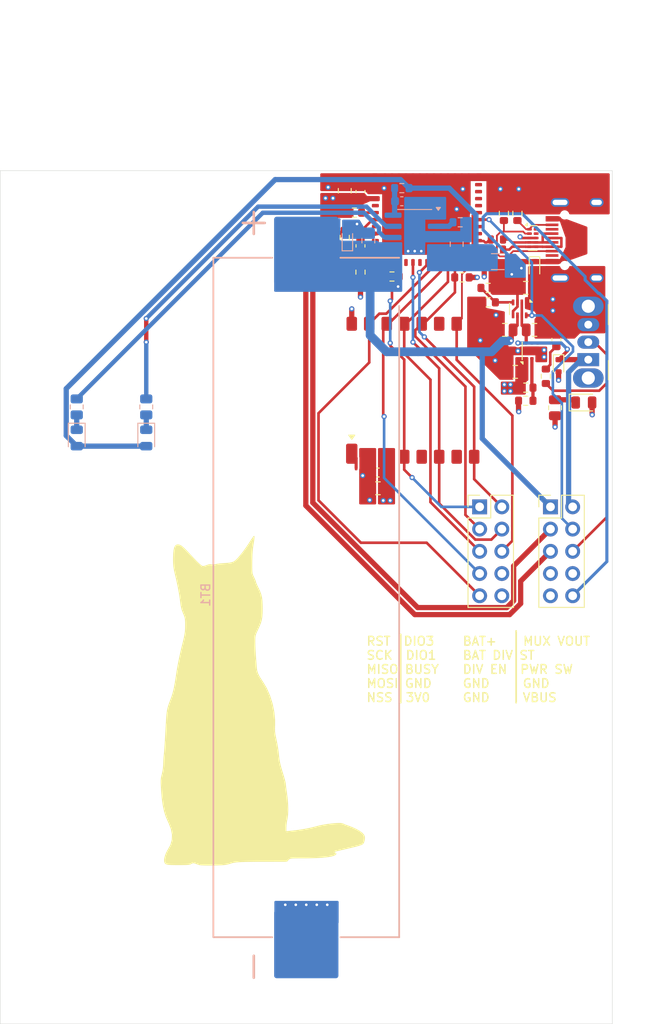
<source format=kicad_pcb>
(kicad_pcb (version 20241229) (generator "pcbnew") (generator_version "9.0")
  (layers (0 "F.Cu" signal) (4 "In1.Cu" power) (6 "In2.Cu" power) (2 "B.Cu" signal) (13 "F.Paste" user) (15 "B.Paste" user) (5 "F.SilkS" user "F.Silkscreen") (7 "B.SilkS" user "B.Silkscreen") (1 "F.Mask" user) (3 "B.Mask" user) (25 "Edge.Cuts" user))
  (net 0 "")
  (net 1 "GND")
  (net 2 "/BAT+")
  (net 3 "+3V0")
  (net 4 "/ESP32_EN")
  (net 5 "/TP4056_V_{CC}")
  (net 6 "/TP4056_CE")
  (net 7 "/VBUS")
  (net 8 "/PWR_EN")
  (net 9 "/PWR_MUX_VOUT")
  (net 10 "Net-(D3-K)")
  (net 11 "Net-(D4-K)")
  (net 12 "Net-(D6-K)")
  (net 13 "/ANT")
  (net 14 "/CC1")
  (net 15 "/D-")
  (net 16 "/CC2")
  (net 17 "/D+")
  (net 20 "/BAT_DIV_EN")
  (net 21 "/SCK")
  (net 22 "/ESP32_D-")
  (net 23 "/ESP32_D+")
  (net 24 "/PROG")
  (net 25 "/~{STDBY}")
  (net 26 "/~{CHRG}")
  (net 27 "/BAT_DIV")
  (net 28 "/PR1")
  (net 29 "/FB")
  (net 30 "/BUSY")
  (net 35 "/~{NSS}")
  (net 36 "/~{RESET}")
  (net 38 "/MOSI")
  (net 42 "/ST")
  (net 43 "/DIO1")
  (net 45 "/DIO3")
  (net 46 "/MISO")
  (net 60 "Net-(U1-IO2)")
  (net 62 "/SW_B")
  (footprint "Resistor_SMD:R_0603_1608Metric" (layer "F.Cu") (at 154.9 62.2)
    (property "Reference" "R2" (hide yes))
    (property "Value" "10k")
  )
  (footprint "Capacitor_SMD:C_0805_2012Metric" (layer "F.Cu") (at 153.8 59.7 90)
    (property "Reference" "C2" (hide yes))
    (property "Value" "10u")
  )
  (footprint "Resistor_SMD:R_0603_1608Metric" (layer "F.Cu") (at 155.6 69 90)
    (property "Reference" "R1" (hide yes))
    (property "Value" "10k")
  )
  (footprint "Connector_USB:USB_C_Receptacle_HRO_TYPE-C-31-M-12" (layer "F.Cu") (at 181.55 65.35 90)
    (property "Reference" "J1" (hide yes))
    (property "Value" "TYPE-C-31-M-12")
  )
  (footprint "Custom:D_Texas_DPY0002A_0.6x1mm_P0.65mm" (layer "F.Cu") (at 155.45 91.4 180)
    (property "Reference" "D7" (hide yes))
    (property "Value" "TPD1E0B04DPY")
  )
  (footprint "Capacitor_SMD:C_0603_1608Metric" (layer "F.Cu") (at 155.6 59.8 90)
    (property "Reference" "C1" (hide yes))
    (property "Value" "100n")
  )
  (footprint "Diode_SMD:D_SOD-523" (layer "F.Cu") (at 178.25 79.7 -90)
    (property "Reference" "D5" (hide yes))
    (property "Value" "ESD5Z6.0T1G")
  )
  (footprint "Resistor_SMD:R_0603_1608Metric" (layer "F.Cu") (at 173.545 62.275 90)
    (property "Reference" "R7" (hide yes))
    (property "Value" "5k1")
  )
  (footprint "Capacitor_SMD:C_0805_2012Metric" (layer "F.Cu") (at 173.3 80.4 180)
    (property "Reference" "C11" (hide yes))
    (property "Value" "10u")
  )
  (footprint "Resistor_SMD:R_0603_1608Metric" (layer "F.Cu") (at 172 62.275 90)
    (property "Reference" "R6" (hide yes))
    (property "Value" "5k1")
  )
  (footprint "Resistor_SMD:R_0603_1608Metric" (layer "F.Cu") (at 167.2 69.6 180)
    (property "Reference" "R3" (hide yes))
    (property "Value" "10k")
  )
  (footprint "Resistor_SMD:R_0603_1608Metric" (layer "F.Cu") (at 174.5 82.2)
    (property "Reference" "R18" (hide yes))
    (property "Value" "1M5")
  )
  (footprint "Package_SON:USON-10_2.5x1.0mm_P0.5mm" (layer "F.Cu") (at 175.3 65.1)
    (property "Reference" "U2" (hide yes))
    (property "Value" "TPD4E05U06DQA")
  )
  (footprint "Capacitor_SMD:C_0805_2012Metric" (layer "F.Cu") (at 175.5 75.6)
    (property "Reference" "C10" (hide yes))
    (property "Value" "10u")
  )
  (footprint "Package_TO_SOT_SMD:SOT-583-8" (layer "F.Cu") (at 173.8 73.2 -90)
    (property "Reference" "U4" (hide yes))
    (property "Value" "TPS2116DRL")
  )
  (footprint "LED_SMD:LED_0805_2012Metric" (layer "F.Cu") (at 181.15 83.9)
    (property "Reference" "D6" (hide yes))
    (property "Value" "GREEN")
  )
  (footprint "Capacitor_SMD:C_0805_2012Metric" (layer "F.Cu") (at 157.6 93.7 180)
    (property "Reference" "C12" (hide yes))
    (property "Value" "10u")
  )
  (footprint "Resistor_SMD:R_0603_1608Metric" (layer "F.Cu") (at 174.5 83.7 180)
    (property "Reference" "R19" (hide yes))
    (property "Value" "330k")
  )
  (footprint "Custom:R_0603_1608Metric" (layer "F.Cu") (at 171.2 66.425 180)
    (property "Reference" "R4" (hide yes))
    (property "Value" "22")
  )
  (footprint "Capacitor_SMD:C_0603_1608Metric" (layer "F.Cu") (at 178 76.7 90)
    (property "Reference" "C9" (hide yes))
    (property "Value" "1u")
  )
  (footprint "Package_SON:WSON-6-1EP_2x2mm_P0.65mm_EP1x1.6mm" (layer "F.Cu") (at 175.2 78 90)
    (property "Reference" "U5" (hide yes))
    (property "Value" "TLV75901PDRV")
  )
  (footprint "LOGO" (layer "F.Cu") (at 143.1 117.6)
    (property "Reference" "G***" (hide yes))
    (property "Value" "LOGO" (hide yes))
  )
  (footprint "Resistor_SMD:R_0603_1608Metric" (layer "F.Cu") (at 153.8 65.025 -90)
    (property "Reference" "R14" (hide yes))
    (property "Value" "10k")
  )
  (footprint "Custom:R_0603_1608Metric" (layer "F.Cu") (at 171.2 65.275)
    (property "Reference" "R5" (hide yes))
    (property "Value" "22")
  )
  (footprint "Resistor_SMD:R_0603_1608Metric" (layer "F.Cu") (at 159.2 69.5)
    (property "Reference" "R13" (hide yes))
    (property "Value" "10k")
  )
  (footprint "Custom:ESP32-C3-MINI-1" (layer "F.Cu") (at 163.2 63)
    (property "Reference" "U1" (hide yes))
    (property "Value" "ESP32-C3-MINI-1")
  )
  (footprint "Connector_PinHeader_2.54mm:PinHeader_2x05_P2.54mm_Vertical" (layer "F.Cu") (at 169.225 95.825)
    (property "Reference" "J2" (hide yes))
    (property "Value" "Conn_02x05_Odd_Even")
  )
  (footprint "Button_Switch_THT:SW_Slide_SPDT_Angled_CK_OS102011MA1Q" (layer "F.Cu") (at 181.65 79 90)
    (property "Reference" "SW1" (hide yes))
    (property "Value" "SW_SPDT")
  )
  (footprint "Resistor_SMD:R_0603_1608Metric" (layer "F.Cu") (at 170.2 72.45 180)
    (property "Reference" "R16" (hide yes))
    (property "Value" "330k")
  )
  (footprint "Capacitor_SMD:C_0805_2012Metric" (layer "F.Cu") (at 174.5 70.8)
    (property "Reference" "C7" (hide yes))
    (property "Value" "10u")
  )
  (footprint "Resistor_SMD:R_0603_1608Metric" (layer "F.Cu") (at 176.8 80.9 90)
    (property "Reference" "R17" (hide yes))
    (property "Value" "10k")
  )
  (footprint "Connector_PinHeader_2.54mm:PinHeader_2x05_P2.54mm_Vertical" (layer "F.Cu") (at 177.325 95.825)
    (property "Reference" "J3" (hide yes))
    (property "Value" "Conn_02x05_Odd_Even")
  )
  (footprint "Custom:Ai-Thinker-Ra-01S" (layer "F.Cu") (at 161.6 82.5 90)
    (property "Reference" "U6" (hide yes))
    (property "Value" "Ai-Thinker-Ra-01S")
  )
  (footprint "Capacitor_SMD:C_0603_1608Metric" (layer "F.Cu") (at 157.6 91.9 180)
    (property "Reference" "C13" (hide yes))
    (property "Value" "100n")
  )
  (footprint "Diode_SMD:D_SOD-523" (layer "F.Cu") (at 175.5 68.5 -90)
    (property "Reference" "D1" (hide yes))
    (property "Value" "ESD5Z6.0T1G")
  )
  (footprint "Resistor_SMD:R_0805_2012Metric" (layer "F.Cu") (at 177.85 84.5 -90)
    (property "Reference" "R20" (hide yes))
    (property "Value" "200")
  )
  (footprint "Resistor_SMD:R_0603_1608Metric" (layer "F.Cu") (at 170.2 70.8 180)
    (property "Reference" "R15" (hide yes))
    (property "Value" "330k")
  )
  (footprint "Capacitor_SMD:C_0805_2012Metric" (layer "F.Cu") (at 172.1 75.6 180)
    (property "Reference" "C8" (hide yes))
    (property "Value" "10u")
  )
  (footprint "Capacitor_SMD:C_0603_1608Metric" (layer "F.Cu") (at 155.6 66 -90)
    (property "Reference" "C3" (hide yes))
    (property "Value" "1u")
  )
  (footprint "LED_SMD:LED_0805_2012Metric" (layer "B.Cu") (at 131.1 87.95 -90)
    (property "Reference" "D4" (hide yes))
    (property "Value" "RED")
  )
  (footprint "Resistor_SMD:R_0805_2012Metric" (layer "B.Cu") (at 123.15 84.4 90)
    (property "Reference" "R11" (hide yes))
    (property "Value" "200" (hide yes))
  )
  (footprint "Capacitor_SMD:C_0805_2012Metric" (layer "B.Cu") (at 166.6 65.8 90)
    (property "Reference" "C4" (hide yes))
    (property "Value" "10u")
  )
  (footprint "Diode_SMD:D_SOD-523" (layer "B.Cu") (at 154.1 65.3 90)
    (property "Reference" "D2" (hide yes))
    (property "Value" "ESD5Z6.0T1G")
  )
  (footprint "Resistor_SMD:R_0603_1608Metric" (layer "B.Cu") (at 167 63.3)
    (property "Reference" "R10" (hide yes))
    (property "Value" "1k2")
  )
  (footprint "Resistor_SMD:R_0805_2012Metric" (layer "B.Cu") (at 131.1 84.4 90)
    (property "Reference" "R12" (hide yes))
    (property "Value" "300" (hide yes))
  )
  (footprint "Capacitor_SMD:C_0603_1608Metric" (layer "B.Cu") (at 160.325 60.9)
    (property "Reference" "C5" (hide yes))
    (property "Value" "1u")
  )
  (footprint "Capacitor_SMD:C_0805_2012Metric" (layer "B.Cu") (at 156.5 65.4 90)
    (property "Reference" "C6" (hide yes))
    (property "Value" "10u")
  )
  (footprint "Resistor_SMD:R_0603_1608Metric" (layer "B.Cu") (at 160.325 59.4 180)
    (property "Reference" "R9" (hide yes))
    (property "Value" "10k")
  )
  (footprint "Custom:BatteryHolder_Keystone_1042_1x18650" (layer "B.Cu") (at 149.4 105.88 -90)
    (property "Reference" "BT1")
    (property "Value" "18650")
  )
  (footprint "Package_SO:SOIC-8-1EP_3.9x4.9mm_P1.27mm_EP2.41x3.3mm" (layer "B.Cu") (at 161.8 64.4 180)
    (property "Reference" "U3" (hide yes))
    (property "Value" "TP4056-42-ESOP8")
  )
  (footprint "LED_SMD:LED_0805_2012Metric" (layer "B.Cu") (at 123.15 87.95 -90)
    (property "Reference" "D3" (hide yes))
    (property "Value" "GREEN")
  )
  (footprint "Resistor_SMD:R_1206_3216Metric" (layer "B.Cu") (at 171.3 67.8 180)
    (property "Reference" "R8" (hide yes))
    (property "Value" "400m")
  )
  (gr_line (start 173.4 110) (end 173.4 118.2) (stroke (width 0.2)) (layer "F.SilkS"))
  (gr_line (start 160.2 110.4) (end 160.2 118.2) (stroke (width 0.2)) (layer "F.SilkS"))
  (gr_rect (start 114.4 57.4) (end 184.4 154.905) (stroke (width 0.05)) (fill no) (layer "Edge.Cuts"))
  (gr_text "RST  DIO3\nSCK  DIO1\nMISO BUSY\nMOSI GND\nNSS  3V0" (at 156.2 118.2 0) (layer "F.SilkS") (effects (font (size 1 1) (thickness 0.167) (bold yes)) (justify left bottom)))
  (gr_text "BAT+    MUX VOUT\nBAT DIV ST\nDIV EN  PWR SW\nGND     GND\nGND     VBUS" (at 167.2 118.2 0) (layer "F.SilkS") (effects (font (size 1 1) (thickness 0.167) (bold yes)) (justify left bottom)))
  (segment (start 156.825 90.325) (end 156.6 90.1) (width 0.6) (layer "F.Cu") (net 1))
  (segment (start 173.85 64.966) (end 173.984 65.1) (width 0.3) (layer "F.Cu") (net 1))
  (segment (start 173.675 84.925) (end 173.7 84.95) (width 0.3) (layer "F.Cu") (net 1))
  (segment (start 178.25 80.4) (end 178.25 81.35) (width 0.6) (layer "F.Cu") (net 1))
  (segment (start 177.85 85.4125) (end 177.85 86.7) (width 0.6) (layer "F.Cu") (net 1))
  (segment (start 169.751 68.551) (end 169.751 69.527572) (width 0.6) (layer "F.Cu") (net 1))
  (segment (start 173.984 65.1) (end 175.685 65.1) (width 0.3) (layer "F.Cu") (net 1))
  (segment (start 169.15 67.95) (end 169.751 68.551) (width 0.6) (layer "F.Cu") (net 1))
  (segment (start 156.825 93.525) (end 156.65 93.7) (width 0.6) (layer "F.Cu") (net 1))
  (segment (start 173.675 83.7) (end 173.675 84.925) (width 0.6) (layer "F.Cu") (net 1))
  (segment (start 154.6 74.9) (end 154.6 73.2) (width 0.6) (layer "F.Cu") (net 1))
  (via (at 166.6 61.8) (size 0.6) (drill 0.3) (layers "F.Cu" "B.Cu") (net 1))
  (via (at 177.6 73.4) (size 0.6) (drill 0.3) (layers "F.Cu" "B.Cu") (net 1))
  (via (at 147 141.3) (size 0.6) (drill 0.3) (layers "F.Cu" "B.Cu") (net 1))
  (via (at 151.8 141.3) (size 0.6) (drill 0.3) (layers "F.Cu" "B.Cu") (net 1))
  (via (at 155.2 63.5) (size 0.6) (drill 0.3) (layers "F.Cu" "B.Cu") (net 1))
  (via (at 176.6 78.7) (size 0.6) (drill 0.3) (layers "F.Cu" "B.Cu") (net 1))
  (via (at 169.751 69.527572) (size 0.6) (drill 0.3) (layers "F.Cu" "B.Cu") (net 1))
  (via (at 176.6 77.9) (size 0.6) (drill 0.3) (layers "F.Cu" "B.Cu") (net 1))
  (via (at 149.4 141.3) (size 0.6) (drill 0.3) (layers "F.Cu" "B.Cu") (net 1))
  (via (at 151.9 59.3) (size 0.6) (drill 0.3) (layers "F.Cu" "B.Cu") (net 1))
  (via (at 167.3 59.5) (size 0.6) (drill 0.3) (layers "F.Cu" "B.Cu") (net 1))
  (via (at 162.55 66.6) (size 0.6) (drill 0.3) (layers "F.Cu" "B.Cu") (net 1))
  (via (at 178.25 81.35) (size 0.6) (drill 0.3) (layers "F.Cu" "B.Cu") (net 1))
  (via (at 156.65 95.05) (size 0.6) (drill 0.3) (layers "F.Cu" "B.Cu") (net 1))
  (via (at 161.05 66.6) (size 0.6) (drill 0.3) (layers "F.Cu" "B.Cu") (net 1))
  (via (at 171 79.1) (size 0.6) (drill 0.3) (layers "F.Cu" "B.Cu") (net 1))
  (via (at 148.2 141.3) (size 0.6) (drill 0.3) (layers "F.Cu" "B.Cu") (net 1))
  (via (at 177.6 72.1) (size 0.6) (drill 0.3) (layers "F.Cu" "B.Cu") (net 1))
  (via (at 158.3 59.4) (size 0.6) (drill 0.3) (layers "F.Cu" "B.Cu") (net 1))
  (via (at 154.6 73.2) (size 0.6) (drill 0.3) (layers "F.Cu" "B.Cu") (net 1))
  (via (at 161.8 66.6) (size 0.6) (drill 0.3) (layers "F.Cu" "B.Cu") (net 1))
  (via (at 173.7 59.5) (size 0.6) (drill 0.3) (layers "F.Cu" "B.Cu") (net 1))
  (via (at 171.1 73.9) (size 0.6) (drill 0.3) (layers "F.Cu" "B.Cu") (net 1))
  (via (at 173.6 78) (size 0.6) (drill 0.3) (layers "F.Cu" "B.Cu") (net 1))
  (via (at 169.3 76.8) (size 0.6) (drill 0.3) (layers "F.Cu" "B.Cu") (net 1))
  (via (at 173.85 64.966) (size 0.6) (drill 0.3) (layers "F.Cu" "B.Cu") (net 1))
  (via (at 155.85 92.25) (size 0.6) (drill 0.3) (layers "F.Cu" "B.Cu") (net 1))
  (via (at 150.6 141.3) (size 0.6) (drill 0.3) (layers "F.Cu" "B.Cu") (net 1))
  (via (at 177.85 86.7) (size 0.6) (drill 0.3) (layers "F.Cu" "B.Cu") (net 1))
  (via (at 171.6 59.5) (size 0.6) (drill 0.3) (layers "F.Cu" "B.Cu") (net 1))
  (via (at 173.7 84.95) (size 0.6) (drill 0.3) (layers "F.Cu" "B.Cu") (net 1))
  (segment (start 173.55 75.1) (end 173.05 75.6) (width 0.3) (layer "F.Cu") (net 2))
  (segment (start 172.841051 76.847017) (end 172.841051 75.808949) (width 0.6) (layer "F.Cu") (net 2))
  (segment (start 173.55 73.94) (end 173.55 75.1) (width 0.3) (layer "F.Cu") (net 2))
  (segment (start 160.025 69.5) (end 160.025 70.525) (width 0.6) (layer "F.Cu") (net 2))
  (segment (start 172.841051 75.808949) (end 173.05 75.6) (width 0.6) (layer "F.Cu") (net 2))
  (segment (start 160.025 70.525) (end 159.9 70.65) (width 0.6) (layer "F.Cu") (net 2))
  (via (at 172.841051 76.847017) (size 0.6) (drill 0.3) (layers "F.Cu" "B.Cu") (net 2))
  (via (at 159.9 70.65) (size 0.6) (drill 0.3) (layers "F.Cu" "B.Cu") (net 2))
  (segment (start 170.583372 78.101) (end 171.837355 76.847017) (width 1) (layer "B.Cu") (net 2))
  (segment (start 162.2 78.101) (end 169.525 78.101) (width 1) (layer "B.Cu") (net 2))
  (segment (start 162.2 78.101) (end 158.585372 78.101) (width 1) (layer "B.Cu") (net 2))
  (segment (start 156.7 76.215628) (end 156.7 69.7) (width 1) (layer "B.Cu") (net 2))
  (segment (start 158.585372 78.101) (end 156.7 76.215628) (width 1) (layer "B.Cu") (net 2))
  (segment (start 177.325 95.825) (end 169.525 88.025) (width 0.6) (layer "B.Cu") (net 2))
  (segment (start 171.837355 76.847017) (end 172.599 76.847017) (width 1) (layer "B.Cu") (net 2))
  (segment (start 169.525 88.025) (end 169.525 78.101) (width 0.6) (layer "B.Cu") (net 2))
  (segment (start 169.525 78.101) (end 170.583372 78.101) (width 1) (layer "B.Cu") (net 2))
  (segment (start 182.0875 83.9) (end 182.0875 85.2875) (width 0.6) (layer "F.Cu") (net 3))
  (segment (start 182.0875 85.2875) (end 182.1 85.3) (width 0.6) (layer "F.Cu") (net 3))
  (segment (start 168.025 69.6) (end 168.95 69.6) (width 0.6) (layer "F.Cu") (net 3))
  (segment (start 158.375 90.325) (end 158.6 90.1) (width 0.6) (layer "F.Cu") (net 3))
  (segment (start 155.625 60.6) (end 155.6 60.575) (width 0.4) (layer "F.Cu") (net 3))
  (segment (start 155.6 69.825) (end 155.6 71.85) (width 0.6) (layer "F.Cu") (net 3))
  (via (at 172.75 81.85) (size 0.6) (drill 0.3) (layers "F.Cu" "B.Cu") (net 3))
  (via (at 172.75 82.6) (size 0.6) (drill 0.3) (layers "F.Cu" "B.Cu") (net 3))
  (via (at 182.1 85.3) (size 0.6) (drill 0.3) (layers "F.Cu" "B.Cu") (net 3))
  (via (at 158.2 95.1) (size 0.6) (drill 0.3) (layers "F.Cu" "B.Cu") (net 3))
  (via (at 151.6 60.55) (size 0.6) (drill 0.3) (layers "F.Cu" "B.Cu") (net 3))
  (via (at 168.95 69.6) (size 0.6) (drill 0.3) (layers "F.Cu" "B.Cu") (net 3))
  (via (at 152.45 60.55) (size 0.6) (drill 0.3) (layers "F.Cu" "B.Cu") (net 3))
  (via (at 159 95.1) (size 0.6) (drill 0.3) (layers "F.Cu" "B.Cu") (net 3))
  (via (at 172.05 81.85) (size 0.6) (drill 0.3) (layers "F.Cu" "B.Cu") (net 3))
  (via (at 172.05 82.6) (size 0.6) (drill 0.3) (layers "F.Cu" "B.Cu") (net 3))
  (via (at 155.6 71.85) (size 0.6) (drill 0.3) (layers "F.Cu" "B.Cu") (net 3))
  (segment (start 155.6 68.175) (end 154.774 67.349) (width 0.3) (layer "F.Cu") (net 4))
  (segment (start 155.6 65.225) (end 156.225 64.6) (width 0.5) (layer "F.Cu") (net 4))
  (segment (start 156.225 64.6) (end 157.3 64.6) (width 0.5) (layer "F.Cu") (net 4))
  (segment (start 154.774 66.051) (end 155.6 65.225) (width 0.3) (layer "F.Cu") (net 4))
  (segment (start 154.774 67.349) (end 154.774 66.051) (width 0.3) (layer "F.Cu") (net 4))
  (segment (start 160.174 58.424) (end 161.15 59.4) (width 0.6) (layer "B.Cu") (net 5))
  (segment (start 123.15 88.8875) (end 131.1 88.8875) (width 0.6) (layer "B.Cu") (net 5))
  (segment (start 168.8 62.45) (end 168.8 66.4) (width 0.6) (layer "B.Cu") (net 5))
  (segment (start 165.75 59.4) (end 168.8 62.45) (width 0.6) (layer "B.Cu") (net 5))
  (segment (start 165.75 59.4) (end 161.15 59.4) (width 0.6) (layer "B.Cu") (net 5))
  (segment (start 121.949 87.6865) (end 121.949 82.318214) (width 0.6) (layer "B.Cu") (net 5))
  (segment (start 123.15 88.8875) (end 121.949 87.6865) (width 0.6) (layer "B.Cu") (net 5))
  (segment (start 145.843214 58.424) (end 160.174 58.424) (width 0.6) (layer "B.Cu") (net 5))
  (segment (start 121.949 82.318214) (end 145.843214 58.424) (width 0.6) (layer "B.Cu") (net 5))
  (segment (start 159.5 59.4) (end 159.5 62.32) (width 0.6) (layer "B.Cu") (net 6))
  (segment (start 159.5 62.32) (end 159.325 62.495) (width 0.6) (layer "B.Cu") (net 6))
  (segment (start 173.049 73.451) (end 173.049 73.94) (width 0.3) (layer "F.Cu") (net 7))
  (segment (start 173.55 72.95) (end 173.049 73.451) (width 0.3) (layer "F.Cu") (net 7))
  (segment (start 177.505 67.8) (end 175.5 67.8) (width 0.6) (layer "F.Cu") (net 7))
  (segment (start 173.55 72.46) (end 173.55 72.95) (width 0.3) (layer "F.Cu") (net 7))
  (segment (start 173.55 72.46) (end 173.55 70.8) (width 0.3) (layer "F.Cu") (net 7))
  (via (at 174 68.55) (size 0.6) (drill 0.3) (layers "F.Cu" "B.Cu") (net 7))
  (via (at 172.9 69.25) (size 0.6) (drill 0.3) (layers "F.Cu" "B.Cu") (net 7))
  (segment (start 181.2875 69.5125) (end 181.2875 69.895856) (width 0.3493) (layer "B.Cu") (net 7))
  (segment (start 183.77565 72.288766) (end 183.77565 102.07435) (width 0.3493) (layer "B.Cu") (net 7))
  (segment (start 169.62435 64.17435) (end 169.62435 62.720136) (width 0.3493) (layer "B.Cu") (net 7))
  (segment (start 181.2875 69.895856) (end 182.815994 71.42435) (width 0.3493) (layer "B.Cu") (net 7))
  (segment (start 174 68.55) (end 169.62435 64.17435) (width 0.3493) (layer "B.Cu") (net 7))
  (segment (start 169.62435 62.720136) (end 170.020136 62.32435) (width 0.3493) (layer "B.Cu") (net 7))
  (segment (start 183.77565 102.07435) (end 179.865 105.985) (width 0.3493) (layer "B.Cu") (net 7))
  (segment (start 174.09935 62.32435) (end 181.2875 69.5125) (width 0.3493) (layer "B.Cu") (net 7))
  (segment (start 170.020136 62.32435) (end 174.09935 62.32435) (width 0.3493) (layer "B.Cu") (net 7))
  (segment (start 182.911234 71.42435) (end 183.77565 72.288766) (width 0.3493) (layer "B.Cu") (net 7))
  (segment (start 182.815994 71.42435) (end 182.911234 71.42435) (width 0.3493) (layer "B.Cu") (net 7))
  (segment (start 177.3 78.175) (end 178 77.475) (width 0.3) (layer "F.Cu") (net 8))
  (segment (start 177.6375 77.1125) (end 178 77.475) (width 0.35) (layer "F.Cu") (net 8))
  (segment (start 175.85 77.1125) (end 177.31 77.1125) (width 0.35) (layer "F.Cu") (net 8))
  (segment (start 177.31 77.1125) (end 177.6375 77.1125) (width 0.35) (layer "F.Cu") (net 8))
  (segment (start 176.8 80.075) (end 177.3 79.575) (width 0.3) (layer "F.Cu") (net 8))
  (segment (start 177.3 79.575) (end 177.3 78.175) (width 0.3) (layer "F.Cu") (net 8))
  (segment (start 174.05 73.94) (end 174.05 72.46) (width 0.3) (layer "F.Cu") (net 9))
  (segment (start 174.55 77.1125) (end 174.55 75.6) (width 0.375) (layer "F.Cu") (net 9))
  (segment (start 179.25 78) (end 178.25 79) (width 0.375) (layer "F.Cu") (net 9))
  (segment (start 173.6125 77.1125) (end 173.6 77.1) (width 0.375) (layer "F.Cu") (net 9))
  (segment (start 179.25 77.8) (end 179.25 78) (width 0.375) (layer "F.Cu") (net 9))
  (segment (start 174.05 75.1) (end 174.55 75.6) (width 0.3) (layer "F.Cu") (net 9))
  (segment (start 174.55 77.1125) (end 173.6125 77.1125) (width 0.375) (layer "F.Cu") (net 9))
  (segment (start 178.25 79) (end 181.65 79) (width 0.6) (layer "F.Cu") (net 9))
  (segment (start 174.05 73.94) (end 174.05 75.1) (width 0.3) (layer "F.Cu") (net 9))
  (via (at 173.6 77.1) (size 0.6) (drill 0.3) (layers "F.Cu" "B.Cu") (net 9))
  (via (at 179.25 77.8) (size 0.6) (drill 0.3) (layers "F.Cu" "B.Cu") (net 9))
  (segment (start 179.399 80.436844) (end 179.399 95.359) (width 0.6) (layer "B.Cu") (net 9))
  (segment (start 179.399 95.359) (end 179.865 95.825) (width 0.6) (layer "B.Cu") (net 9))
  (segment (start 181.65 79) (end 180.835844 79) (width 0.6) (layer "B.Cu") (net 9))
  (segment (start 180.835844 79) (end 179.399 80.436844) (width 0.6) (layer "B.Cu") (net 9))
  (segment (start 178.55 77.1) (end 179.25 77.8) (width 0.375) (layer "B.Cu") (net 9))
  (segment (start 173.6 77.1) (end 178.55 77.1) (width 0.375) (layer "B.Cu") (net 9))
  (segment (start 123.15 85.3125) (end 123.15 87.0125) (width 0.6) (layer "B.Cu") (net 10))
  (segment (start 131.1 85.3125) (end 131.1 87.0125) (width 0.6) (layer "B.Cu") (net 11))
  (segment (start 179.9 83.5875) (end 180.2125 83.9) (width 0.6) (layer "F.Cu") (net 12))
  (segment (start 177.85 83.5875) (end 179.9 83.5875) (width 0.6) (layer "F.Cu") (net 12))
  (segment (start 155.1 91.4) (end 155.1 90.25) (width 0.3493) (layer "F.Cu") (net 13))
  (segment (start 155.1 90.25) (end 154.6 89.75) (width 0.3493) (layer "F.Cu") (net 13))
  (segment (start 174.1979 64.365) (end 174.4329 64.6) (width 0.2) (layer "F.Cu") (net 14))
  (segment (start 171.2 66.878014) (end 171.2 64.821986) (width 0.2) (layer "F.Cu") (net 14))
  (segment (start 173.063997 66.6) (end 172.462997 67.201) (width 0.2) (layer "F.Cu") (net 14))
  (segment (start 172.462997 67.201) (end 171.522986 67.201) (width 0.2) (layer "F.Cu") (net 14))
  (segment (start 177.505 66.6) (end 173.063997 66.6) (width 0.2) (layer "F.Cu") (net 14))
  (segment (start 172 64.365) (end 172.45 64.365) (width 0.2) (layer "F.Cu") (net 14))
  (segment (start 171.2 64.821986) (end 171.656986 64.365) (width 0.2) (layer "F.Cu") (net 14))
  (segment (start 174.4329 64.6) (end 174.915 64.6) (width 0.2) (layer "F.Cu") (net 14))
  (segment (start 171.656986 64.365) (end 172 64.365) (width 0.2) (layer "F.Cu") (net 14))
  (segment (start 171.522986 67.201) (end 171.2 66.878014) (width 0.2) (layer "F.Cu") (net 14))
  (segment (start 172.45 64.365) (end 174.1979 64.365) (width 0.2) (layer "F.Cu") (net 14))
  (segment (start 172 63.1) (end 172 64.365) (width 0.2) (layer "F.Cu") (net 14))
  (segment (start 175.335501 66.092) (end 175.327501 66.1) (width 0.284) (layer "F.Cu") (net 15))
  (segment (start 177.505 65.1) (end 178.566 65.1) (width 0.284) (layer "F.Cu") (net 15))
  (segment (start 176.409499 66.092) (end 175.335501 66.092) (width 0.284) (layer "F.Cu") (net 15))
  (segment (start 174.494499 66.092) (end 172.945501 66.092) (width 0.284) (layer "F.Cu") (net 15))
  (segment (start 178.573 65.107) (end 178.573 66.093) (width 0.284) (layer "F.Cu") (net 15))
  (segment (start 178.566 66.1) (end 177.505 66.1) (width 0.284) (layer "F.Cu") (net 15))
  (segment (start 177.505 66.1) (end 176.417499 66.1) (width 0.284) (layer "F.Cu") (net 15))
  (segment (start 174.502499 66.1) (end 174.494499 66.092) (width 0.284) (layer "F.Cu") (net 15))
  (segment (start 174.915 66.1) (end 174.502499 66.1) (width 0.284) (layer "F.Cu") (net 15))
  (segment (start 176.417499 66.1) (end 176.409499 66.092) (width 0.284) (layer "F.Cu") (net 15))
  (segment (start 172.612501 66.425) (end 171.9 66.425) (width 0.284) (layer "F.Cu") (net 15))
  (segment (start 175.327501 66.1) (end 174.915 66.1) (width 0.284) (layer "F.Cu") (net 15))
  (segment (start 178.573 66.093) (end 178.566 66.1) (width 0.284) (layer "F.Cu") (net 15))
  (segment (start 178.566 65.1) (end 178.573 65.107) (width 0.284) (layer "F.Cu") (net 15))
  (segment (start 172.945501 66.092) (end 172.612501 66.425) (width 0.284) (layer "F.Cu") (net 15))
  (segment (start 174.545 64.1) (end 173.545 63.1) (width 0.2) (layer "F.Cu") (net 16))
  (segment (start 174.915 64.06) (end 174.915 64.1) (width 0.2) (layer "F.Cu") (net 16))
  (segment (start 175.375 63.6) (end 174.915 64.06) (width 0.2) (layer "F.Cu") (net 16))
  (segment (start 177.505 63.6) (end 175.375 63.6) (width 0.2) (layer "F.Cu") (net 16))
  (segment (start 174.915 64.1) (end 174.545 64.1) (width 0.2) (layer "F.Cu") (net 16))
  (segment (start 174.502499 65.6) (end 174.494499 65.608) (width 0.284) (layer "F.Cu") (net 17))
  (segment (start 176.444 65.6) (end 177.505 65.6) (width 0.284) (layer "F.Cu") (net 17))
  (segment (start 174.494499 65.608) (end 172.945501 65.608) (width 0.284) (layer "F.Cu") (net 17))
  (segment (start 172.945501 65.608) (end 172.612501 65.275) (width 0.284) (layer "F.Cu") (net 17))
  (segment (start 177.505 65.6) (end 176.417499 65.6) (width 0.284) (layer "F.Cu") (net 17))
  (segment (start 176.437 65.593) (end 176.444 65.6) (width 0.284) (layer "F.Cu") (net 17))
  (segment (start 175.335501 65.608) (end 175.327501 65.6) (width 0.284) (layer "F.Cu") (net 17))
  (segment (start 176.444 64.6) (end 176.437 64.607) (width 0.284) (layer "F.Cu") (net 17))
  (segment (start 176.417499 65.6) (end 176.409499 65.608) (width 0.284) (layer "F.Cu") (net 17))
  (segment (start 175.327501 65.6) (end 174.915 65.6) (width 0.284) (layer "F.Cu") (net 17))
  (segment (start 172.612501 65.275) (end 171.9 65.275) (width 0.284) (layer "F.Cu") (net 17))
  (segment (start 176.437 64.607) (end 176.437 65.593) (width 0.284) (layer "F.Cu") (net 17))
  (segment (start 174.915 65.6) (end 174.502499 65.6) (width 0.284) (layer "F.Cu") (net 17))
  (segment (start 177.505 64.6) (end 176.444 64.6) (width 0.284) (layer "F.Cu") (net 17))
  (segment (start 176.409499 65.608) (end 175.335501 65.608) (width 0.284) (layer "F.Cu") (net 17))
  (segment (start 149.348 68.652) (end 153.8 64.2) (width 0.6) (layer "F.Cu") (net 20))
  (segment (start 161.808561 108.137) (end 149.348 95.676438) (width 0.6) (layer "F.Cu") (net 20))
  (segment (start 172.656388 108.137) (end 161.808561 108.137) (width 0.6) (layer "F.Cu") (net 20))
  (segment (start 177.325 100.905) (end 173.917 104.313) (width 0.6) (layer "F.Cu") (net 20))
  (segment (start 155.775058 64.2) (end 156.975058 63) (width 0.3) (layer "F.Cu") (net 20))
  (segment (start 156.975058 63) (end 157.3 63) (width 0.3) (layer "F.Cu") (net 20))
  (segment (start 149.348 95.676438) (end 149.348 68.652) (width 0.6) (layer "F.Cu") (net 20))
  (segment (start 173.917 104.313) (end 173.917 106.876388) (width 0.6) (layer "F.Cu") (net 20))
  (segment (start 173.917 106.876388) (end 172.656388 108.137) (width 0.6) (layer "F.Cu") (net 20))
  (segment (start 153.8 64.2) (end 155.775058 64.2) (width 0.3) (layer "F.Cu") (net 20))
  (segment (start 166.4 67.9) (end 166.4 71.315226) (width 0.3) (layer "F.Cu") (net 21))
  (segment (start 162.6 74.9) (end 161.869654 75.630346) (width 0.3) (layer "F.Cu") (net 21))
  (segment (start 162.815226 74.9) (end 162.6 74.9) (width 0.3) (layer "F.Cu") (net 21))
  (segment (start 161.869654 76.349) (end 167.6 82.079346) (width 0.3) (layer "F.Cu") (net 21))
  (segment (start 166.4 71.315226) (end 162.815226 74.9) (width 0.3) (layer "F.Cu") (net 21))
  (segment (start 161.869654 75.630346) (end 161.869654 76.349) (width 0.3) (layer "F.Cu") (net 21))
  (segment (start 167.6 82.079346) (end 167.6 96.74) (width 0.3) (layer "F.Cu") (net 21))
  (segment (start 167.6 96.74) (end 169.225 98.365) (width 0.3) (layer "F.Cu") (net 21))
  (segment (start 169.700001 66.25) (end 169.1 66.25) (width 0.284) (layer "F.Cu") (net 22))
  (segment (start 170.5 66.425) (end 170.375 66.425) (width 0.284) (layer "F.Cu") (net 22))
  (segment (start 170.375 66.425) (end 170.042 66.092) (width 0.284) (layer "F.Cu") (net 22))
  (segment (start 169.858001 66.092) (end 169.700001 66.25) (width 0.284) (layer "F.Cu") (net 22))
  (segment (start 170.042 66.092) (end 169.858001 66.092) (width 0.284) (layer "F.Cu") (net 22))
  (segment (start 169.700001 65.45) (end 169.1 65.45) (width 0.284) (layer "F.Cu") (net 23))
  (segment (start 170.5 65.275) (end 170.375 65.275) (width 0.284) (layer "F.Cu") (net 23))
  (segment (start 170.375 65.275) (end 170.042 65.608) (width 0.284) (layer "F.Cu") (net 23))
  (segment (start 169.858001 65.608) (end 169.700001 65.45) (width 0.284) (layer "F.Cu") (net 23))
  (segment (start 170.042 65.608) (end 169.858001 65.608) (width 0.284) (layer "F.Cu") (net 23))
  (segment (start 164.275 63.765) (end 165.71 63.765) (width 0.6) (layer "B.Cu") (net 24))
  (segment (start 165.71 63.765) (end 166.175 63.3) (width 0.6) (layer "B.Cu") (net 24))
  (segment (start 157.713708 63.940416) (end 155.987292 62.214) (width 0.5) (layer "B.Cu") (net 25))
  (segment (start 158.350001 65.035) (end 157.713708 64.398707) (width 0.5) (layer "B.Cu") (net 25))
  (segment (start 159.325 65.035) (end 158.350001 65.035) (width 0.5) (layer "B.Cu") (net 25))
  (segment (start 144.4235 62.214) (end 123.15 83.4875) (width 0.5) (layer "B.Cu") (net 25))
  (segment (start 155.987292 62.214) (end 144.4235 62.214) (width 0.5) (layer "B.Cu") (net 25))
  (segment (start 157.713708 64.398707) (end 157.713708 63.940416) (width 0.5) (layer "B.Cu") (net 25))
  (segment (start 131.1 74.3) (end 131.1 77) (width 0.5) (layer "F.Cu") (net 26))
  (via (at 131.1 77) (size 0.6) (drill 0.3) (layers "F.Cu" "B.Cu") (net 26))
  (via (at 131.1 74.3) (size 0.6) (drill 0.3) (layers "F.Cu" "B.Cu") (net 26))
  (segment (start 143.887 61.513) (end 131.1 74.3) (width 0.5) (layer "B.Cu") (net 26))
  (segment (start 131.1 77) (end 131.1 83.4875) (width 0.5) (layer "B.Cu") (net 26))
  (segment (start 156.277656 61.513) (end 143.887 61.513) (width 0.5) (layer "B.Cu") (net 26))
  (segment (start 158.529656 63.765) (end 156.277656 61.513) (width 0.5) (layer "B.Cu") (net 26))
  (segment (start 159.325 63.765) (end 158.529656 63.765) (width 0.5) (layer "B.Cu") (net 26))
  (segment (start 173.116 102.574) (end 173.116 106.544603) (width 0.6) (layer "F.Cu") (net 27))
  (segment (start 153.8 67.634774) (end 153.8 65.85) (width 0.3) (layer "F.Cu") (net 27))
  (segment (start 158.375 69.5) (end 157.875 69) (width 0.3) (layer "F.Cu") (net 27))
  (segment (start 155.165226 69) (end 153.8 67.634774) (width 0.3) (layer "F.Cu") (net 27))
  (segment (start 173.116 106.544603) (end 172.324603 107.336) (width 0.6) (layer "F.Cu") (net 27))
  (segment (start 158.4 67.9) (end 158.4 69.475) (width 0.3) (layer "F.Cu") (net 27))
  (segment (start 150.149 69.501) (end 153.8 65.85) (width 0.6) (layer "F.Cu") (net 27))
  (segment (start 172.324603 107.336) (end 162.140347 107.336) (width 0.6) (layer "F.Cu") (net 27))
  (segment (start 150.149 95.344653) (end 150.149 69.501) (width 0.6) (layer "F.Cu") (net 27))
  (segment (start 177.325 98.365) (end 173.116 102.574) (width 0.6) (layer "F.Cu") (net 27))
  (segment (start 158.4 69.475) (end 158.375 69.5) (width 0.3) (layer "F.Cu") (net 27))
  (segment (start 157.875 69) (end 155.165226 69) (width 0.3) (layer "F.Cu") (net 27))
  (segment (start 162.140347 107.336) (end 150.149 95.344653) (width 0.6) (layer "F.Cu") (net 27))
  (segment (start 173.04 72.45) (end 173.05 72.46) (width 0.3) (layer "F.Cu") (net 28))
  (segment (start 171.025 72.45) (end 173.04 72.45) (width 0.3) (layer "F.Cu") (net 28))
  (segment (start 169.375 70.8) (end 171.025 72.45) (width 0.3) (layer "F.Cu") (net 28))
  (segment (start 175.2 82.075) (end 175.325 82.2) (width 0.375) (layer "F.Cu") (net 29))
  (segment (start 175.325 82.2) (end 175.325 83.7) (width 0.375) (layer "F.Cu") (net 29))
  (segment (start 175.2 78.8875) (end 175.2 82.075) (width 0.375) (layer "F.Cu") (net 29))
  (segment (start 168.399 62.501001) (end 168.399 67.26887) (width 0.2) (layer "F.Cu") (net 30))
  (segment (start 166.6 79.025) (end 166.6 74.9) (width 0.3) (layer "F.Cu") (net 30))
  (segment (start 168.5 68.4) (end 168.2 68.7) (width 0.2) (layer "F.Cu") (net 30))
  (segment (start 172.966 85.391) (end 166.6 79.025) (width 0.3) (layer "F.Cu") (net 30))
  (segment (start 168.399 67.26887) (end 168.5 67.36987) (width 0.2) (layer "F.Cu") (net 30))
  (segment (start 168.2 68.7) (end 167.735936 68.7) (width 0.2) (layer "F.Cu") (net 30))
  (segment (start 172.966 99.704) (end 172.966 85.391) (width 0.3) (layer "F.Cu") (net 30))
  (segment (start 167.2 69.235936) (end 167.2 74.3) (width 0.2) (layer "F.Cu") (net 30))
  (segment (start 168.5 67.36987) (end 168.5 68.4) (width 0.2) (layer "F.Cu") (net 30))
  (segment (start 169.1 62.2) (end 168.700001 62.2) (width 0.2) (layer "F.Cu") (net 30))
  (segment (start 168.700001 62.2) (end 168.399 62.501001) (width 0.2) (layer "F.Cu") (net 30))
  (segment (start 167.735936 68.7) (end 167.2 69.235936) (width 0.2) (layer "F.Cu") (net 30))
  (segment (start 171.765 100.905) (end 172.966 99.704) (width 0.3) (layer "F.Cu") (net 30))
  (segment (start 167.2 74.3) (end 166.6 74.9) (width 0.2) (layer "F.Cu") (net 30))
  (segment (start 164 68.299999) (end 158.550999 73.749) (width 0.3) (layer "F.Cu") (net 35))
  (segment (start 163.165 99.925) (end 169.225 105.985) (width 0.3) (layer "F.Cu") (net 35))
  (segment (start 158.550999 73.749) (end 157.751 73.749) (width 0.3) (layer "F.Cu") (net 35))
  (segment (start 156.6 79.325) (end 150.8 85.125) (width 0.3) (layer "F.Cu") (net 35))
  (segment (start 156.6 74.9) (end 156.6 79.325) (width 0.3) (layer "F.Cu") (net 35))
  (segment (start 157.751 73.749) (end 156.6 74.9) (width 0.3) (layer "F.Cu") (net 35))
  (segment (start 155.65 99.925) (end 163.165 99.925) (width 0.3) (layer "F.Cu") (net 35))
  (segment (start 164 67.9) (end 164 68.299999) (width 0.3) (layer "F.Cu") (net 35))
  (segment (start 150.8 85.125) (end 150.8 95.075) (width 0.3) (layer "F.Cu") (net 35))
  (segment (start 150.8 95.075) (end 155.65 99.925) (width 0.3) (layer "F.Cu") (net 35))
  (segment (start 159 77.4) (end 160.6 79) (width 0.3) (layer "F.Cu") (net 36))
  (segment (start 160.6 79) (end 160.6 90.1) (width 0.3) (layer "F.Cu") (net 36))
  (segment (start 159.2 67.9) (end 159.2 72.1) (width 0.3) (layer "F.Cu") (net 36))
  (segment (start 160.6 90.1) (end 160.6 91.575) (width 0.3) (layer "F.Cu") (net 36))
  (segment (start 159 77.1) (end 159 77.4) (width 0.3) (layer "F.Cu") (net 36))
  (segment (start 159.2 72.1) (end 159 72.3) (width 0.3) (layer "F.Cu") (net 36))
  (segment (start 160.6 91.575) (end 161.5 92.475) (width 0.3) (layer "F.Cu") (net 36))
  (via (at 159 77.1) (size 0.6) (drill 0.3) (layers "F.Cu" "B.Cu") (net 36))
  (via (at 159 72.3) (size 0.6) (drill 0.3) (layers "F.Cu" "B.Cu") (net 36))
  (via (at 161.5 92.475) (size 0.6) (drill 0.3) (layers "F.Cu" "B.Cu") (net 36))
  (segment (start 164.85 95.825) (end 169.225 95.825) (width 0.3) (layer "B.Cu") (net 36))
  (segment (start 161.5 92.475) (end 164.85 95.825) (width 0.3) (layer "B.Cu") (net 36))
  (segment (start 159 72.3) (end 159 77.1) (width 0.3) (layer "B.Cu") (net 36))
  (segment (start 158.815226 74.9) (end 158.6 74.9) (width 0.3) (layer "F.Cu") (net 38))
  (segment (start 158.2 85.4) (end 158.3 85.5) (width 0.3) (layer "F.Cu") (net 38))
  (segment (start 158.2 75.3) (end 158.2 85.4) (width 0.3) (layer "F.Cu") (net 38))
  (segment (start 158.6 74.9) (end 158.2 75.3) (width 0.3) (layer "F.Cu") (net 38))
  (segment (start 164.8 68.915226) (end 158.815226 74.9) (width 0.3) (layer "F.Cu") (net 38))
  (segment (start 164.8 67.9) (end 164.8 68.915226) (width 0.3) (layer "F.Cu") (net 38))
  (via (at 158.3 85.5) (size 0.6) (drill 0.3) (layers "F.Cu" "B.Cu") (net 38))
  (segment (start 158.3 92.52) (end 169.225 103.445) (width 0.3) (layer "B.Cu") (net 38))
  (segment (start 158.3 85.5) (end 158.3 92.52) (width 0.3) (layer "B.Cu") (net 38))
  (segment (start 169.1 63) (end 170.3 63) (width 0.3) (layer "F.Cu") (net 42))
  (segment (start 174.55 73.94) (end 175.19 73.94) (width 0.3) (layer "F.Cu") (net 42))
  (segment (start 175.19 73.94) (end 175.2 73.95) (width 0.3) (layer "F.Cu") (net 42))
  (via (at 175.2 73.95) (size 0.6) (drill 0.3) (layers "F.Cu" "B.Cu") (net 42))
  (via (at 170.3 63) (size 0.6) (drill 0.3) (layers "F.Cu" "B.Cu") (net 42))
  (segment (start 179.865 98.365) (end 178.625 97.125) (width 0.3) (layer "B.Cu") (net 42))
  (segment (start 176.320654 73.95) (end 175.2 73.95) (width 0.3) (layer "B.Cu") (net 42))
  (segment (start 177.599 82.919654) (end 177.599 80.371654) (width 0.3) (layer "B.Cu") (net 42))
  (segment (start 170.3 63) (end 175.2 67.9) (width 0.3) (layer "B.Cu") (net 42))
  (segment (start 177.599 80.371654) (end 179.901 78.069654) (width 0.3) (layer "B.Cu") (net 42))
  (segment (start 179.901 78.069654) (end 179.901 77.530346) (width 0.3) (layer "B.Cu") (net 42))
  (segment (start 175.2 67.9) (end 175.2 73.95) (width 0.3) (layer "B.Cu") (net 42))
  (segment (start 178.625 83.945654) (end 177.599 82.919654) (width 0.3) (layer "B.Cu") (net 42))
  (segment (start 178.625 97.125) (end 178.625 83.945654) (width 0.3) (layer "B.Cu") (net 42))
  (segment (start 179.901 77.530346) (end 176.320654 73.95) (width 0.3) (layer "B.Cu") (net 42))
  (segment (start 164.6 90.1) (end 164.6 95.438471) (width 0.3) (layer "F.Cu") (net 43))
  (segment (start 164.6 80) (end 164.6 90.1) (width 0.3) (layer "F.Cu") (net 43))
  (segment (start 170.564 99.566) (end 171.765 98.365) (width 0.3) (layer "F.Cu") (net 43))
  (segment (start 161.6 67.9) (end 161.6 69.6) (width 0.3) (layer "F.Cu") (net 43))
  (segment (start 168.727529 99.566) (end 170.564 99.566) (width 0.3) (layer "F.Cu") (net 43))
  (segment (start 164.6 95.438471) (end 168.727529 99.566) (width 0.3) (layer "F.Cu") (net 43))
  (segment (start 161.6 77) (end 164.6 80) (width 0.3) (layer "F.Cu") (net 43))
  (via (at 161.6 77) (size 0.6) (drill 0.3) (layers "F.Cu" "B.Cu") (net 43))
  (via (at 161.6 69.6) (size 0.6) (drill 0.3) (layers "F.Cu" "B.Cu") (net 43))
  (segment (start 161.6 69.6) (end 161.6 77) (width 0.3) (layer "B.Cu") (net 43))
  (segment (start 168.6 82.1) (end 168.6 90.1) (width 0.3) (layer "F.Cu") (net 45))
  (segment (start 168.6 92.66) (end 171.765 95.825) (width 0.3) (layer "F.Cu") (net 45))
  (segment (start 163.2 68.18076) (end 162.34038 69.04038) (width 0.3) (layer "F.Cu") (net 45))
  (segment (start 163.2 67.9) (end 163.2 68.18076) (width 0.3) (layer "F.Cu") (net 45))
  (segment (start 162.9 76.4) (end 168.6 82.1) (width 0.3) (layer "F.Cu") (net 45))
  (segment (start 168.6 90.1) (end 168.6 92.66) (width 0.3) (layer "F.Cu") (net 45))
  (via (at 162.9 76.4) (size 0.6) (drill 0.3) (layers "F.Cu" "B.Cu") (net 45))
  (via (at 162.34038 69.04038) (size 0.6) (drill 0.3) (layers "F.Cu" "B.Cu") (net 45))
  (segment (start 162.34038 69.04038) (end 162.34038 75.84038) (width 0.3) (layer "B.Cu") (net 45))
  (segment (start 162.34038 75.84038) (end 162.9 76.4) (width 0.3) (layer "B.Cu") (net 45))
  (segment (start 163.6 81.29148) (end 163.6 95.28) (width 0.3) (layer "F.Cu") (net 46))
  (segment (start 165.6 67.9) (end 165.6 70.115226) (width 0.3) (layer "F.Cu") (net 46))
  (segment (start 160.6 78.29148) (end 163.6 81.29148) (width 0.3) (layer "F.Cu") (net 46))
  (segment (start 165.6 70.115226) (end 160.815226 74.9) (width 0.3) (layer "F.Cu") (net 46))
  (segment (start 163.6 95.28) (end 169.225 100.905) (width 0.3) (layer "F.Cu") (net 46))
  (segment (start 160.815226 74.9) (end 160.6 74.9) (width 0.3) (layer "F.Cu") (net 46))
  (segment (start 160.6 74.9) (end 160.6 78.29148) (width 0.3) (layer "F.Cu") (net 46))
  (segment (start 157.3 62.2) (end 155.725 62.2) (width 0.3) (layer "F.Cu") (net 60))
  (segment (start 182.352 77) (end 183.751 78.399) (width 0.3) (layer "F.Cu") (net 62))
  (segment (start 181.65 77) (end 182.352 77) (width 0.3) (layer "F.Cu") (net 62))
  (segment (start 183.751 81.701024) (end 183.751 97.019) (width 0.3) (layer "F.Cu") (net 62))
  (segment (start 177.626 82.551) (end 176.8 81.725) (width 0.3) (layer "F.Cu") (net 62))
  (segment (start 183.751 97.019) (end 179.865 100.905) (width 0.3) (layer "F.Cu") (net 62))
  (segment (start 182.901024 82.551) (end 177.626 82.551) (width 0.3) (layer "F.Cu") (net 62))
  (segment (start 183.751 81.701024) (end 182.901024 82.551) (width 0.3) (layer "F.Cu") (net 62))
  (segment (start 183.751 78.399) (end 183.751 81.701024) (width 0.3) (layer "F.Cu") (net 62))
  (zone (net 3) (net_name "+3V0") (layer "F.Cu") (priority 17) (connect_pads yes (clearance 0.2)) (min_thickness 0.25) (fill yes (thermal_gap 0.5) (thermal_bridge_width 0.5))
    (polygon (pts (xy 157.6 89.1) (xy 159.55 89.1) (xy 159.55 95.55) (xy 157.6 95.55)))
  )
  (zone (net 7) (net_name "/VBUS") (layer "F.Cu") (priority 3) (connect_pads yes (clearance 0.2)) (min_thickness 0.25) (fill yes (thermal_gap 0.5) (thermal_bridge_width 0.5))
    (polygon (pts (xy 176.8 62.6) (xy 176.8 63.2) (xy 178.4 63.2) (xy 179.05 65.041669) (xy 179.05 66.145835) (xy 178.4 67.5) (xy 176.8 67.5) (xy 176.8 68.1) (xy 178.25 68.1) (xy 181.55 66.93125) (xy 181.55 63.825715) (xy 178.25 62.6)))
  )
  (zone (net 1) (net_name "GND") (layer "F.Cu") (priority 16) (connect_pads yes (clearance 0.2)) (min_thickness 0.25) (fill yes (thermal_gap 0.5) (thermal_bridge_width 0.5))
    (polygon (pts (xy 157.4 89.1) (xy 157.4 95.55) (xy 155.45 95.55) (xy 155.45 89.1)))
  )
  (zone (net 1) (net_name "GND") (layer "F.Cu") (priority 5) (connect_pads yes (clearance 0.2)) (min_thickness 0.25) (fill yes (thermal_gap 0.5) (thermal_bridge_width 0.5))
    (polygon (pts (xy 170 58.6) (xy 168.2 58.6) (xy 168.2 67.025) (xy 158.075 67.025) (xy 158.075 60.1) (xy 156.425 60.1) (xy 156.1625 59.75) (xy 151 59.75) (xy 151 57.395302) (xy 184.4 57.451343) (xy 184.4 62.4) (xy 170 62.4)))
  )
  (zone (net 1) (net_name "GND") (layer "F.Cu") (priority 8) (connect_pads yes (clearance 0.2)) (min_thickness 0.25) (fill yes (thermal_gap 0.5) (thermal_bridge_width 0.5))
    (polygon (pts (xy 170 73.1) (xy 172.1 73.5) (xy 172.1 76.5) (xy 172.55 77.5) (xy 176.95 77.5) (xy 176.95 79.3) (xy 175.6 79.3) (xy 175.6 78.5) (xy 173.1 78.5) (xy 173.1 81.3) (xy 171.505545 81.3) (xy 167.8 77.625) (xy 167.8 71.8) (xy 170 71.8)))
  )
  (zone (net 1) (net_name "GND") (layer "F.Cu") (priority 13) (connect_pads yes (clearance 0.2)) (min_thickness 0.25) (fill yes (thermal_gap 0.5) (thermal_bridge_width 0.5))
    (polygon (pts (xy 155 66.25) (xy 156.25 66.25) (xy 156.522222 66.6) (xy 158.073077 66.6) (xy 158.075 65.4) (xy 160.35 65.4) (xy 160.35 68.35) (xy 159.7 68.35) (xy 159.7 67.1) (xy 157.9 67.1) (xy 157.9 68.45) (xy 156.7 68.45) (xy 156.7 67.3) (xy 155 67.3)))
  )
  (zone (net 1) (net_name "GND") (layer "F.Cu") (priority 4) (connect_pads yes (clearance 0.2)) (min_thickness 0.25) (fill yes (thermal_gap 0.5) (thermal_bridge_width 0.5))
    (polygon (pts (xy 183.6 71.85) (xy 183.6 76) (xy 180.7 76) (xy 180.1 76.6) (xy 175.5 76.6) (xy 175.5 73.5) (xy 174.4 73.2) (xy 174.4 71.85) (xy 174.75 71.85) (xy 174.75 68.3) (xy 183.6 68.3)))
  )
  (zone (net 3) (net_name "+3V0") (layer "F.Cu") (priority 12) (connect_pads yes (clearance 0.2)) (min_thickness 0.25) (fill yes (thermal_gap 0.5) (thermal_bridge_width 0.5))
    (polygon (pts (xy 151 59.95) (xy 156.05 59.95) (xy 156.35 60.3) (xy 157.8 60.3) (xy 157.8 60.9) (xy 156.7 60.9) (xy 155.8 61.3) (xy 154.8 61.3) (xy 154.8 62.8) (xy 151 62.8)))
  )
  (zone (net 7) (net_name "/VBUS") (layer "F.Cu") (priority 6) (connect_pads yes (clearance 0.2)) (min_thickness 0.25) (fill yes (thermal_gap 0.5) (thermal_bridge_width 0.5))
    (polygon (pts (xy 176 67.5) (xy 176 68.1) (xy 174.5 68.1) (xy 174.5 71.6) (xy 170.25 71.6) (xy 170.25 67.5)))
  )
  (zone (net 3) (net_name "+3V0") (layer "F.Cu") (priority 7) (connect_pads yes (clearance 0.2)) (min_thickness 0.25) (fill yes (thermal_gap 0.5) (thermal_bridge_width 0.5))
    (polygon (pts (xy 174.8 78.7) (xy 174.8 81.35) (xy 174.5 81.6) (xy 174.5 83) (xy 171.65 83) (xy 171.65 81.5) (xy 173.3 81.5) (xy 173.3 78.7)))
  )
  (zone (net 1) (net_name "GND") (layer "B.Cu") (priority 14) (connect_pads yes (clearance 0.2)) (min_thickness 0.25) (fill yes (thermal_gap 0.5) (thermal_bridge_width 0.5))
    (polygon (pts (xy 145.75 143.45) (xy 145.75 140.85) (xy 153.1 140.85) (xy 153.1 143.45)))
  )
  (zone (net 7) (net_name "/VBUS") (layer "B.Cu") (priority 15) (connect_pads yes (clearance 0.2)) (min_thickness 0.25) (fill yes (thermal_gap 0.5) (thermal_bridge_width 0.5))
    (polygon (pts (xy 172.1 66.9) (xy 173.35 66.9) (xy 174.5 68.1) (xy 174.5 69.65) (xy 172.1 69.65)))
  )
  (zone (net 1) (net_name "GND") (layer "B.Cu") (priority 11) (connect_pads yes (clearance 0.2)) (min_thickness 0.25) (fill yes (thermal_gap 0.5) (thermal_bridge_width 0.5))
    (polygon (pts (xy 155.491176 63) (xy 156.020588 63.9) (xy 157.25 63.9) (xy 157.25 65.2) (xy 153.5 65.2) (xy 153.5 63)))
  )
  (zone (net 1) (net_name "GND") (layer "B.Cu") (priority 10) (connect_pads yes (clearance 0.2)) (min_thickness 0.25) (fill yes (thermal_gap 0.5) (thermal_bridge_width 0.5))
    (polygon (pts (xy 160.6 67) (xy 163 67) (xy 163 65.6) (xy 168.35 65.6) (xy 168.35 64.3) (xy 168.35 62.7) (xy 167 62.7) (xy 167 64.3) (xy 163 64.3) (xy 163 63) (xy 165.4 63) (xy 165.4 60.4) (xy 160.6 60.4)))
  )
  (zone (net 2) (net_name "/BAT+") (layer "B.Cu") (connect_pads yes (clearance 0.2)) (min_thickness 0.25) (fill yes (thermal_gap 0.5) (thermal_bridge_width 0.5))
    (polygon (pts (xy 145.725 62.85) (xy 145.725 71.25) (xy 160.375 71.25) (xy 160.375 65.575452) (xy 157.700002 65.57525) (xy 157.500002 65.4) (xy 153.325 65.4) (xy 153.325 62.85)))
  )
  (zone (net 5) (net_name "/TP4056_V_{CC}") (layer "B.Cu") (priority 9) (connect_pads yes (clearance 0.2)) (min_thickness 0.25) (fill yes (thermal_gap 0.5) (thermal_bridge_width 0.5))
    (polygon (pts (xy 171.3 68.9) (xy 171.3 65.8) (xy 163.2 65.8) (xy 163.2 68.9)))
  )
)
</source>
